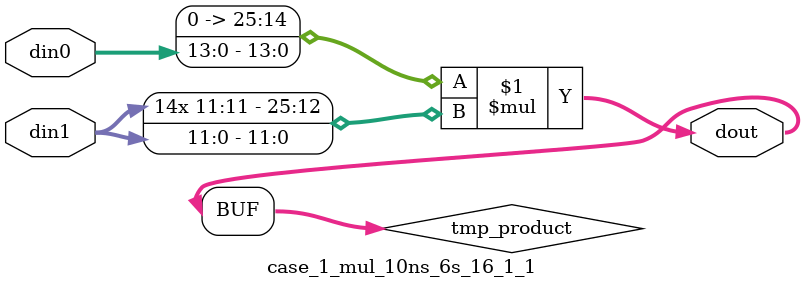
<source format=v>

`timescale 1 ns / 1 ps

 (* use_dsp = "no" *)  module case_1_mul_10ns_6s_16_1_1(din0, din1, dout);
parameter ID = 1;
parameter NUM_STAGE = 0;
parameter din0_WIDTH = 14;
parameter din1_WIDTH = 12;
parameter dout_WIDTH = 26;

input [din0_WIDTH - 1 : 0] din0; 
input [din1_WIDTH - 1 : 0] din1; 
output [dout_WIDTH - 1 : 0] dout;

wire signed [dout_WIDTH - 1 : 0] tmp_product;

























assign tmp_product = $signed({1'b0, din0}) * $signed(din1);










assign dout = tmp_product;





















endmodule

</source>
